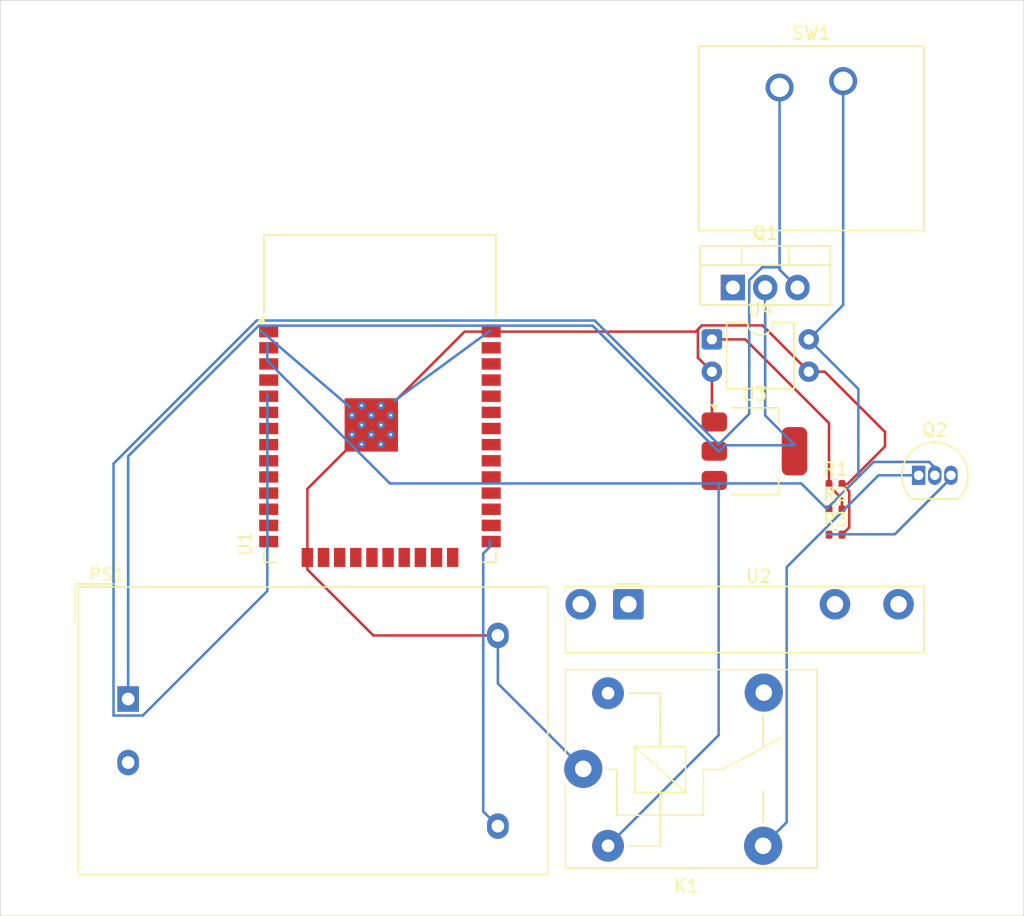
<source format=kicad_pcb>
(kicad_pcb (version 20241229) (generator "pcbnew") (generator_version "9.0")
  (layers (0 "F.Cu" signal) (2 "B.Cu" signal) (13 "F.Paste" user) (15 "B.Paste" user) (5 "F.SilkS" user "F.Silkscreen") (7 "B.SilkS" user "B.Silkscreen") (1 "F.Mask" user) (3 "B.Mask" user) (25 "Edge.Cuts" user))
  (net 0 "")
  (net 2 "Net-(Q2-C)")
  (net 4 "GND")
  (net 5 "+5V")
  (net 7 "/AC LOAD")
  (net 8 "Net-(PS1-+Vout)")
  (net 9 "/MT2")
  (net 11 "Net-(Q2-E)")
  (net 12 "/GPIO")
  (footprint "Resistor_SMD:R_0402_1005Metric" (layer "F.Cu") (at 172.19 94.55)
    (property "Reference" "R1" (at 0 -1.17 0) (layer "F.SilkS"))
    (property "Value" "330")
    (fp_line (start -0.153641 -0.38) (end 0.153641 -0.38) (stroke (width 0.12)) (layer "F.SilkS"))
    (fp_line (start -0.153641 0.38) (end 0.153641 0.38) (stroke (width 0.12)) (layer "F.SilkS"))
    (pad "1" smd roundrect (at -0.51 0) (size 0.54 0.64) (layers "F.Cu" "F.Mask" "F.Paste") (net 12 "/GPIO"))
    (pad "2" smd roundrect (at 0.51 0) (size 0.54 0.64) (layers "F.Cu" "F.Mask" "F.Paste") (net 4 "GND"))
  )
  (footprint "Relay_THT:Relay_SPDT_SANYOU_SRD_Series_Form_C" (layer "F.Cu") (at 152.35 116.95)
    (property "Reference" "K1" (at 8.1 9.2 0) (layer "F.SilkS"))
    (property "Value" "SANYOU_SRD_Form_C")
    (fp_line (start -1.4 -7.8) (end -1.4 -1.2) (stroke (width 0.12)) (layer "F.SilkS"))
    (fp_line (start -1.4 -7.8) (end 18.4 -7.8) (stroke (width 0.12)) (layer "F.SilkS"))
    (fp_line (start -1.4 1.2) (end -1.4 7.8) (stroke (width 0.12)) (layer "F.SilkS"))
    (fp_line (start 2.65 0.05) (end 1.85 0.05) (stroke (width 0.12)) (layer "F.SilkS"))
    (fp_line (start 2.65 0.05) (end 2.65 3.65) (stroke (width 0.12)) (layer "F.SilkS"))
    (fp_line (start 3.55 6.05) (end 6.05 6.05) (stroke (width 0.12)) (layer "F.SilkS"))
    (fp_line (start 4.05 -1.75) (end 8.05 -1.75) (stroke (width 0.12)) (layer "F.SilkS"))
    (fp_line (start 4.05 1.85) (end 4.05 -1.75) (stroke (width 0.12)) (layer "F.SilkS"))
    (fp_line (start 6.05 -5.95) (end 3.55 -5.95) (stroke (width 0.12)) (layer "F.SilkS"))
    (fp_line (start 6.05 -5.95) (end 6.05 -1.75) (stroke (width 0.12)) (layer "F.SilkS"))
    (fp_line (start 6.05 1.85) (end 6.05 6.05) (stroke (width 0.12)) (layer "F.SilkS"))
    (fp_line (start 8.05 -1.75) (end 8.05 1.85) (stroke (width 0.12)) (layer "F.SilkS"))
    (fp_line (start 8.05 1.85) (end 4.05 -1.75) (stroke (width 0.12)) (layer "F.SilkS"))
    (fp_line (start 8.05 1.85) (end 4.05 1.85) (stroke (width 0.12)) (layer "F.SilkS"))
    (fp_line (start 9.45 0.05) (end 9.45 3.65) (stroke (width 0.12)) (layer "F.SilkS"))
    (fp_line (start 9.45 0.05) (end 10.95 0.05) (stroke (width 0.12)) (layer "F.SilkS"))
    (fp_line (start 9.45 3.65) (end 2.65 3.65) (stroke (width 0.12)) (layer "F.SilkS"))
    (fp_line (start 10.95 0.05) (end 15.55 -2.45) (stroke (width 0.12)) (layer "F.SilkS"))
    (fp_line (start 14.15 -4.2) (end 14.15 -1.7) (stroke (width 0.12)) (layer "F.SilkS"))
    (fp_line (start 14.15 4.2) (end 14.15 1.75) (stroke (width 0.12)) (layer "F.SilkS"))
    (fp_line (start 18.4 -7.8) (end 18.4 7.8) (stroke (width 0.12)) (layer "F.SilkS"))
    (fp_line (start 18.4 7.8) (end -1.4 7.8) (stroke (width 0.12)) (layer "F.SilkS"))
    (pad "1" thru_hole circle (at 0 0 90) (size 3 3) (drill 1.3) (layers "*.Cu" "*.Mask") (net 4 "GND"))
    (pad "2" thru_hole circle (at 1.95 6.05 90) (size 2.5 2.5) (drill 1) (layers "*.Cu" "*.Mask") (net 5 "+5V"))
    (pad "3" thru_hole circle (at 14.15 6.05 90) (size 3 3) (drill 1.3) (layers "*.Cu" "*.Mask") (net 2 "Net-(Q2-C)"))
    (pad "4" thru_hole circle (at 14.2 -6 90) (size 3 3) (drill 1.3) (layers "*.Cu" "*.Mask"))
    (pad "5" thru_hole circle (at 1.95 -5.95 90) (size 2.5 2.5) (drill 1) (layers "*.Cu" "*.Mask"))
  )
  (footprint "Button_Switch_Keyboard:SW_Matias_1.00u" (layer "F.Cu") (at 172.795 62.855)
    (property "Reference" "SW1" (at -2.5 -3.75 0) (layer "F.SilkS"))
    (property "Value" "SW_Push")
    (fp_line (start -11.35 -2.75) (end 6.35 -2.75) (stroke (width 0.12)) (layer "F.SilkS"))
    (fp_line (start -11.35 11.75) (end -11.35 -2.75) (stroke (width 0.12)) (layer "F.SilkS"))
    (fp_line (start 6.35 -2.75) (end 6.35 11.75) (stroke (width 0.12)) (layer "F.SilkS"))
    (fp_line (start 6.35 11.75) (end -11.35 11.75) (stroke (width 0.12)) (layer "F.SilkS"))
    (pad "1" thru_hole circle (at 0 0) (size 2.2 2.2) (drill 1.5) (layers "*.Cu" "*.Mask") (net 5 "+5V"))
    (pad "2" thru_hole circle (at -5 0.5) (size 2.2 2.2) (drill 1.5) (layers "*.Cu" "*.Mask") (net 9 "/MT2"))
  )
  (footprint "Converter_ACDC:Converter_ACDC_Hi-Link_HLK-PMxx" (layer "F.Cu") (at 116.555 111.455)
    (property "Reference" "PS1" (at -1.66 -9.79 0) (layer "F.SilkS"))
    (property "Value" "HLK-PM03")
    (fp_line (start -4.16 -9.05) (end -1.16 -9.05) (stroke (width 0.12)) (layer "F.SilkS"))
    (fp_line (start -4.16 -6.05) (end -4.16 -9.05) (stroke (width 0.12)) (layer "F.SilkS"))
    (fp_line (start -3.92 -8.81) (end -3.92 13.81) (stroke (width 0.12)) (layer "F.SilkS"))
    (fp_line (start -3.92 -8.81) (end 33 -8.81) (stroke (width 0.12)) (layer "F.SilkS"))
    (fp_line (start -3.92 13.81) (end 33 13.81) (stroke (width 0.12)) (layer "F.SilkS"))
    (fp_line (start 33 -8.81) (end 33 13.81) (stroke (width 0.12)) (layer "F.SilkS"))
    (pad "1" thru_hole rect (at 0 0) (size 1.7 2) (drill 1) (layers "*.Cu" "*.Mask") (net 7 "/AC LOAD"))
    (pad "2" thru_hole oval (at 0 5) (size 1.7 2) (drill 1) (layers "*.Cu" "*.Mask"))
    (pad "3" thru_hole oval (at 29.08 -5) (size 1.7 2) (drill 1) (layers "*.Cu" "*.Mask") (net 4 "GND"))
    (pad "4" thru_hole oval (at 29.08 10) (size 1.7 2) (drill 1) (layers "*.Cu" "*.Mask") (net 8 "Net-(PS1-+Vout)"))
  )
  (footprint "Package_TO_SOT_SMD:SOT-223-3_TabPin2" (layer "F.Cu") (at 165.81 91.965)
    (property "Reference" "U3" (at 0 -4.5 0) (layer "F.SilkS"))
    (property "Value" "AMS1117-3.3")
    (fp_line (start -1.85 -3.41) (end 1.91 -3.41) (stroke (width 0.12)) (layer "F.SilkS"))
    (fp_line (start -1.85 3.41) (end 1.91 3.41) (stroke (width 0.12)) (layer "F.SilkS"))
    (fp_line (start 1.91 -3.41) (end 1.91 -2.15) (stroke (width 0.12)) (layer "F.SilkS"))
    (fp_line (start 1.91 3.41) (end 1.91 2.15) (stroke (width 0.12)) (layer "F.SilkS"))
    (fp_poly (pts (xy -3.13 -3.31) (xy -3.37 -3.64) (xy -2.89 -3.64) (xy -3.13 -3.31)) (stroke (width 0.12)) (fill yes) (layer "F.SilkS"))
    (pad "1" smd roundrect (at -3.15 -2.3) (size 2 1.5) (layers "F.Cu" "F.Mask" "F.Paste") (net 4 "GND"))
    (pad "2" smd roundrect (at -3.15 0) (size 2 1.5) (layers "F.Cu" "F.Mask" "F.Paste") (net 7 "/AC LOAD"))
    (pad "2" smd roundrect (at 3.15 0) (size 2 3.8) (layers "F.Cu" "F.Mask" "F.Paste") (net 7 "/AC LOAD"))
    (pad "3" smd roundrect (at -3.15 2.3) (size 2 1.5) (layers "F.Cu" "F.Mask" "F.Paste") (net 5 "+5V"))
  )
  (footprint "Resistor_SMD:R_0402_1005Metric" (layer "F.Cu") (at 172.19 98.53)
    (property "Reference" "R3" (at 0 -1.17 0) (layer "F.SilkS"))
    (property "Value" "10K")
    (fp_line (start -0.153641 -0.38) (end 0.153641 -0.38) (stroke (width 0.12)) (layer "F.SilkS"))
    (fp_line (start -0.153641 0.38) (end 0.153641 0.38) (stroke (width 0.12)) (layer "F.SilkS"))
    (pad "1" smd roundrect (at -0.51 0) (size 0.54 0.64) (layers "F.Cu" "F.Mask" "F.Paste") (net 11 "Net-(Q2-E)"))
    (pad "2" smd roundrect (at 0.51 0) (size 0.54 0.64) (layers "F.Cu" "F.Mask" "F.Paste") (net 4 "GND"))
  )
  (footprint "RF_Module:ESP32-WROOM-32" (layer "F.Cu") (at 136.36 90.81)
    (property "Reference" "U1" (at -10.61 8.43 90) (layer "F.SilkS"))
    (property "Value" "ESP32-WROOM-32")
    (fp_line (start -9.12 -15.86) (end -9.12 -9.7) (stroke (width 0.12)) (layer "F.SilkS"))
    (fp_line (start -9.12 -15.86) (end 9.12 -15.86) (stroke (width 0.12)) (layer "F.SilkS"))
    (fp_line (start -9.12 9.1) (end -9.12 9.88) (stroke (width 0.12)) (layer "F.SilkS"))
    (fp_line (start -9.12 9.88) (end -8.12 9.88) (stroke (width 0.12)) (layer "F.SilkS"))
    (fp_line (start 9.12 -15.86) (end 9.12 -9.445) (stroke (width 0.12)) (layer "F.SilkS"))
    (fp_line (start 9.12 9.1) (end 9.12 9.88) (stroke (width 0.12)) (layer "F.SilkS"))
    (fp_line (start 9.12 9.88) (end 8.12 9.88) (stroke (width 0.12)) (layer "F.SilkS"))
    (fp_poly (pts (xy -9.125 -8.975) (xy -9.625 -8.975) (xy -9.125 -9.475) (xy -9.125 -8.975)) (stroke (width 0.12)) (fill yes) (layer "F.SilkS"))
    (pad "1" smd rect (at -8.75 -8.25) (size 1.5 0.9) (layers "F.Cu" "F.Mask" "F.Paste") (net 4 "GND"))
    (pad "2" smd rect (at -8.75 -6.98) (size 1.5 0.9) (layers "F.Cu" "F.Mask" "F.Paste") (net 5 "+5V"))
    (pad "3" smd rect (at -8.75 -5.71) (size 1.5 0.9) (layers "F.Cu" "F.Mask" "F.Paste"))
    (pad "4" smd rect (at -8.75 -4.44) (size 1.5 0.9) (layers "F.Cu" "F.Mask" "F.Paste"))
    (pad "5" smd rect (at -8.75 -3.17) (size 1.5 0.9) (layers "F.Cu" "F.Mask" "F.Paste") (net 9 "/MT2"))
    (pad "6" smd rect (at -8.75 -1.9) (size 1.5 0.9) (layers "F.Cu" "F.Mask" "F.Paste"))
    (pad "7" smd rect (at -8.75 -0.63) (size 1.5 0.9) (layers "F.Cu" "F.Mask" "F.Paste"))
    (pad "8" smd rect (at -8.75 0.64) (size 1.5 0.9) (layers "F.Cu" "F.Mask" "F.Paste"))
    (pad "9" smd rect (at -8.75 1.91) (size 1.5 0.9) (layers "F.Cu" "F.Mask" "F.Paste"))
    (pad "10" smd rect (at -8.75 3.18) (size 1.5 0.9) (layers "F.Cu" "F.Mask" "F.Paste"))
    (pad "11" smd rect (at -8.75 4.45) (size 1.5 0.9) (layers "F.Cu" "F.Mask" "F.Paste"))
    (pad "12" smd rect (at -8.75 5.72) (size 1.5 0.9) (layers "F.Cu" "F.Mask" "F.Paste"))
    (pad "13" smd rect (at -8.75 6.99) (size 1.5 0.9) (layers "F.Cu" "F.Mask" "F.Paste"))
    (pad "14" smd rect (at -8.75 8.26) (size 1.5 0.9) (layers "F.Cu" "F.Mask" "F.Paste"))
    (pad "15" smd rect (at -5.71 9.51 90) (size 1.5 0.9) (layers "F.Cu" "F.Mask" "F.Paste") (net 4 "GND"))
    (pad "16" smd rect (at -4.44 9.51 90) (size 1.5 0.9) (layers "F.Cu" "F.Mask" "F.Paste"))
    (pad "17" smd rect (at -3.17 9.51 90) (size 1.5 0.9) (layers "F.Cu" "F.Mask" "F.Paste"))
    (pad "18" smd rect (at -1.9 9.51 90) (size 1.5 0.9) (layers "F.Cu" "F.Mask" "F.Paste"))
    (pad "19" smd rect (at -0.63 9.51 90) (size 1.5 0.9) (layers "F.Cu" "F.Mask" "F.Paste"))
    (pad "20" smd rect (at 0.64 9.51 90) (size 1.5 0.9) (layers "F.Cu" "F.Mask" "F.Paste"))
    (pad "21" smd rect (at 1.91 9.51 90) (size 1.5 0.9) (layers "F.Cu" "F.Mask" "F.Paste"))
    (pad "22" smd rect (at 3.18 9.51 90) (size 1.5 0.9) (layers "F.Cu" "F.Mask" "F.Paste"))
    (pad "23" smd rect (at 4.45 9.51 90) (size 1.5 0.9) (layers "F.Cu" "F.Mask" "F.Paste"))
    (pad "24" smd rect (at 5.72 9.51 90) (size 1.5 0.9) (layers "F.Cu" "F.Mask" "F.Paste"))
    (pad "25" smd rect (at 8.75 8.26) (size 1.5 0.9) (layers "F.Cu" "F.Mask" "F.Paste") (net 8 "Net-(PS1-+Vout)"))
    (pad "26" smd rect (at 8.75 6.99) (size 1.5 0.9) (layers "F.Cu" "F.Mask" "F.Paste"))
    (pad "27" smd rect (at 8.75 5.72) (size 1.5 0.9) (layers "F.Cu" "F.Mask" "F.Paste"))
    (pad "28" smd rect (at 8.75 4.45) (size 1.5 0.9) (layers "F.Cu" "F.Mask" "F.Paste"))
    (pad "29" smd rect (at 8.75 3.18) (size 1.5 0.9) (layers "F.Cu" "F.Mask" "F.Paste"))
    (pad "30" smd rect (at 8.75 1.91) (size 1.5 0.9) (layers "F.Cu" "F.Mask" "F.Paste"))
    (pad "31" smd rect (at 8.75 0.64) (size 1.5 0.9) (layers "F.Cu" "F.Mask" "F.Paste"))
    (pad "32" smd rect (at 8.75 -0.63) (size 1.5 0.9) (layers "F.Cu" "F.Mask" "F.Paste"))
    (pad "33" smd rect (at 8.75 -1.9) (size 1.5 0.9) (layers "F.Cu" "F.Mask" "F.Paste"))
    (pad "34" smd rect (at 8.75 -3.17) (size 1.5 0.9) (layers "F.Cu" "F.Mask" "F.Paste"))
    (pad "35" smd rect (at 8.75 -4.44) (size 1.5 0.9) (layers "F.Cu" "F.Mask" "F.Paste"))
    (pad "36" smd rect (at 8.75 -5.71) (size 1.5 0.9) (layers "F.Cu" "F.Mask" "F.Paste"))
    (pad "37" smd rect (at 8.75 -6.98) (size 1.5 0.9) (layers "F.Cu" "F.Mask" "F.Paste"))
    (pad "38" smd rect (at 8.75 -8.25) (size 1.5 0.9) (layers "F.Cu" "F.Mask" "F.Paste") (net 4 "GND"))
    (pad "39" smd rect (at -2.205 -2.435) (size 1.05 1.05) (layers "F.Cu" "F.Paste") (net 4 "GND"))
    (pad "39" thru_hole circle (at -2.205 -1.6725) (size 0.6 0.6) (drill 0.2) (property pad_prop_heatsink) (layers "*.Cu" "F.Mask") (net 4 "GND"))
    (pad "39" smd rect (at -2.205 -0.91) (size 1.05 1.05) (layers "F.Cu" "F.Paste") (net 4 "GND"))
    (pad "39" thru_hole circle (at -2.205 -0.1475) (size 0.6 0.6) (drill 0.2) (property pad_prop_heatsink) (layers "*.Cu" "F.Mask") (net 4 "GND"))
    (pad "39" smd rect (at -2.205 0.615) (size 1.05 1.05) (layers "F.Cu" "F.Paste") (net 4 "GND"))
    (pad "39" thru_hole circle (at -1.4425 -2.435) (size 0.6 0.6) (drill 0.2) (property pad_prop_heatsink) (layers "*.Cu" "F.Mask") (net 4 "GND"))
    (pad "39" thru_hole circle (at -1.4425 -0.91) (size 0.6 0.6) (drill 0.2) (property pad_prop_heatsink) (layers "*.Cu" "F.Mask") (net 4 "GND"))
    (pad "39" thru_hole circle (at -1.4425 0.615) (size 0.6 0.6) (drill 0.2) (property pad_prop_heatsink) (layers "*.Cu" "F.Mask") (net 4 "GND"))
    (pad "39" smd rect (at -0.68 -2.435) (size 1.05 1.05) (layers "F.Cu" "F.Paste") (net 4 "GND"))
    (pad "39" thru_hole circle (at -0.68 -1.6725) (size 0.6 0.6) (drill 0.2) (property pad_prop_heatsink) (layers "*.Cu" "F.Mask") (net 4 "GND"))
    (pad "39" smd rect (at -0.68 -0.91) (size 1.05 1.05) (layers "F.Cu" "F.Paste") (net 4 "GND"))
    (pad "39" smd rect (at -0.68 -0.91) (size 4.2 4.2) (property pad_prop_heatsink) (layers "F.Cu" "F.Mask") (net 4 "GND"))
    (pad "39" thru_hole circle (at -0.68 -0.1475) (size 0.6 0.6) (drill 0.2) (property pad_prop_heatsink) (layers "*.Cu" "F.Mask") (net 4 "GND"))
    (pad "39" smd rect (at -0.68 0.615) (size 1.05 1.05) (layers "F.Cu" "F.Paste") (net 4 "GND"))
    (pad "39" thru_hole circle (at 0.0825 -2.435) (size 0.6 0.6) (drill 0.2) (property pad_prop_heatsink) (layers "*.Cu" "F.Mask") (net 4 "GND"))
    (pad "39" thru_hole circle (at 0.0825 -0.91) (size 0.6 0.6) (drill 0.2) (property pad_prop_heatsink) (layers "*.Cu" "F.Mask") (net 4 "GND"))
    (pad "39" thru_hole circle (at 0.0825 0.615) (size 0.6 0.6) (drill 0.2) (property pad_prop_heatsink) (layers "*.Cu" "F.Mask") (net 4 "GND"))
    (pad "39" smd rect (at 0.845 -2.435) (size 1.05 1.05) (layers "F.Cu" "F.Paste") (net 4 "GND"))
    (pad "39" thru_hole circle (at 0.845 -1.6725) (size 0.6 0.6) (drill 0.2) (property pad_prop_heatsink) (layers "*.Cu" "F.Mask") (net 4 "GND"))
    (pad "39" smd rect (at 0.845 -0.91) (size 1.05 1.05) (layers "F.Cu" "F.Paste") (net 4 "GND"))
    (pad "39" thru_hole circle (at 0.845 -0.1475) (size 0.6 0.6) (drill 0.2) (property pad_prop_heatsink) (layers "*.Cu" "F.Mask") (net 4 "GND"))
    (pad "39" smd rect (at 0.845 0.615) (size 1.05 1.05) (layers "F.Cu" "F.Paste") (net 4 "GND"))
  )
  (footprint "Resistor_SMD:R_0402_1005Metric" (layer "F.Cu") (at 172.19 96.54)
    (property "Reference" "R2" (at 0 -1.17 0) (layer "F.SilkS"))
    (property "Value" "1K")
    (fp_line (start -0.153641 -0.38) (end 0.153641 -0.38) (stroke (width 0.12)) (layer "F.SilkS"))
    (fp_line (start -0.153641 0.38) (end 0.153641 0.38) (stroke (width 0.12)) (layer "F.SilkS"))
    (pad "1" smd roundrect (at -0.51 0) (size 0.54 0.64) (layers "F.Cu" "F.Mask" "F.Paste") (net 5 "+5V"))
    (pad "2" smd roundrect (at 0.51 0) (size 0.54 0.64) (layers "F.Cu" "F.Mask" "F.Paste") (net 12 "/GPIO"))
  )
  (footprint "Package_TO_SOT_THT:TO-92_Inline" (layer "F.Cu") (at 178.73 93.86)
    (property "Reference" "Q2" (at 1.27 -3.56 0) (layer "F.SilkS"))
    (property "Value" "BC547")
    (fp_line (start -0.53 1.85) (end 3.07 1.85) (stroke (width 0.12)) (layer "F.SilkS"))
    (fp_arc (start -0.568478 1.838478) (mid -1.132087 -0.994977) (end 1.27 -2.6) (stroke (width 0.12)) (layer "F.SilkS"))
    (fp_arc (start 1.27 -2.6) (mid 3.672087 -0.994977) (end 3.108478 1.838478) (stroke (width 0.12)) (layer "F.SilkS"))
    (pad "1" thru_hole rect (at 0 0) (size 1.05 1.5) (drill 0.75) (layers "*.Cu" "*.Mask") (net 2 "Net-(Q2-C)"))
    (pad "2" thru_hole oval (at 1.27 0) (size 1.05 1.5) (drill 0.75) (layers "*.Cu" "*.Mask") (net 5 "+5V"))
    (pad "3" thru_hole oval (at 2.54 0) (size 1.05 1.5) (drill 0.75) (layers "*.Cu" "*.Mask") (net 11 "Net-(Q2-E)"))
  )
  (footprint "Package_DIP:DIP-4_W7.62mm" (layer "F.Cu") (at 162.47 83.17)
    (property "Reference" "U4" (at 3.81 -2.33 0) (layer "F.SilkS"))
    (property "Value" "PC817")
    (fp_line (start 1.16 -1.33) (end 1.16 3.87) (stroke (width 0.12)) (layer "F.SilkS"))
    (fp_line (start 1.16 3.87) (end 6.46 3.87) (stroke (width 0.12)) (layer "F.SilkS"))
    (fp_line (start 2.81 -1.33) (end 1.16 -1.33) (stroke (width 0.12)) (layer "F.SilkS"))
    (fp_line (start 6.46 -1.33) (end 4.81 -1.33) (stroke (width 0.12)) (layer "F.SilkS"))
    (fp_line (start 6.46 3.87) (end 6.46 -1.33) (stroke (width 0.12)) (layer "F.SilkS"))
    (fp_arc (start 4.81 -1.33) (mid 3.81 -0.33) (end 2.81 -1.33) (stroke (width 0.12)) (layer "F.SilkS"))
    (pad "1" thru_hole roundrect (at 0 0) (size 1.6 1.6) (drill 0.8) (layers "*.Cu" "*.Mask") (roundrect_rratio 0.15625) (net 12 "/GPIO"))
    (pad "2" thru_hole circle (at 0 2.54) (size 1.6 1.6) (drill 0.8) (layers "*.Cu" "*.Mask") (net 4 "GND"))
    (pad "3" thru_hole circle (at 7.62 2.54) (size 1.6 1.6) (drill 0.8) (layers "*.Cu" "*.Mask") (net 4 "GND"))
    (pad "4" thru_hole circle (at 7.62 0) (size 1.6 1.6) (drill 0.8) (layers "*.Cu" "*.Mask") (net 5 "+5V"))
  )
  (footprint "Package_TO_SOT_THT:TO-220-3_Vertical" (layer "F.Cu") (at 164.12 79.09)
    (property "Reference" "Q1" (at 2.54 -4.27 0) (layer "F.SilkS"))
    (property "Value" "BT136-600")
    (fp_line (start -2.58 -3.27) (end -2.58 1.371) (stroke (width 0.12)) (layer "F.SilkS"))
    (fp_line (start -2.58 -3.27) (end 7.66 -3.27) (stroke (width 0.12)) (layer "F.SilkS"))
    (fp_line (start -2.58 -1.76) (end 7.66 -1.76) (stroke (width 0.12)) (layer "F.SilkS"))
    (fp_line (start -2.58 1.371) (end 7.66 1.371) (stroke (width 0.12)) (layer "F.SilkS"))
    (fp_line (start 0.69 -3.27) (end 0.69 -1.76) (stroke (width 0.12)) (layer "F.SilkS"))
    (fp_line (start 4.391 -3.27) (end 4.391 -1.76) (stroke (width 0.12)) (layer "F.SilkS"))
    (fp_line (start 7.66 -3.27) (end 7.66 1.371) (stroke (width 0.12)) (layer "F.SilkS"))
    (pad "1" thru_hole rect (at 0 0) (size 1.905 2) (drill 1.1) (layers "*.Cu" "*.Mask"))
    (pad "2" thru_hole oval (at 2.54 0) (size 1.905 2) (drill 1.1) (layers "*.Cu" "*.Mask") (net 7 "/AC LOAD"))
    (pad "3" thru_hole oval (at 5.08 0) (size 1.905 2) (drill 1.1) (layers "*.Cu" "*.Mask") (net 9 "/MT2"))
  )
  (footprint "OptoDevice:Finder_34.81" (layer "F.Cu") (at 155.9 104.005)
    (property "Reference" "U2" (at 10.25 -2.2 0) (layer "F.SilkS"))
    (property "Value" "MOC3021M")
    (fp_line (start -4.95 -1.4) (end -4.95 -1) (stroke (width 0.12)) (layer "F.SilkS"))
    (fp_line (start -4.95 -1.4) (end 23.25 -1.4) (stroke (width 0.12)) (layer "F.SilkS"))
    (fp_line (start -4.95 3.8) (end -4.95 1) (stroke (width 0.12)) (layer "F.SilkS"))
    (fp_line (start 1 -1.6) (end -1 -1.6) (stroke (width 0.12)) (layer "F.SilkS"))
    (fp_line (start 23.25 -1.4) (end 23.25 3.8) (stroke (width 0.12)) (layer "F.SilkS"))
    (fp_line (start 23.25 3.8) (end -4.95 3.8) (stroke (width 0.12)) (layer "F.SilkS"))
    (pad "11" thru_hole circle (at 16.25 0) (size 2.4 2.4) (drill 1.3) (layers "*.Cu" "*.Mask"))
    (pad "14" thru_hole circle (at 21.25 0) (size 2.4 2.4) (drill 1.3) (layers "*.Cu" "*.Mask"))
    (pad "A1" thru_hole roundrect (at 0 0) (size 2.4 2.4) (drill 1.3) (layers "*.Cu" "*.Mask") (roundrect_rratio 0.104))
    (pad "A2" thru_hole circle (at -3.75 0) (size 2.4 2.4) (drill 1.3) (layers "*.Cu" "*.Mask"))
  )
  (gr_line (start 145 82.5) (end 137.5 88) (stroke (width 0.2)) (layer "B.Cu"))
  (gr_line (start 127 82.5) (end 134 88.5) (stroke (width 0.2)) (layer "B.Cu"))
  (gr_rect (start 106.5 56.5) (end 187 128.5) (stroke (width 0.05)) (fill no) (layer "Edge.Cuts"))
  (segment (start 178.73 93.86) (end 175.5729 93.86) (width 0.2) (layer "B.Cu") (net 2))
  (segment (start 168.351 101.0819) (end 168.351 121.149) (width 0.2) (layer "B.Cu") (net 2))
  (segment (start 168.351 121.149) (end 166.5 123) (width 0.2) (layer "B.Cu") (net 2))
  (segment (start 175.5729 93.86) (end 168.351 101.0819) (width 0.2) (layer "B.Cu") (net 2))
  (segment (start 176.086 90.45286) (end 176.086 91.58714) (width 0.2) (layer "F.Cu") (net 4))
  (segment (start 130.65 101.27) (end 135.835 106.455) (width 0.2) (layer "F.Cu") (net 4))
  (segment (start 161.369 82.38484) (end 161.369 84.609) (width 0.2) (layer "F.Cu") (net 4))
  (segment (start 145.11 82.56) (end 143.02 82.56) (width 0.2) (layer "F.Cu") (net 4))
  (segment (start 170.09 85.71) (end 171.34314 85.71) (width 0.2) (layer "F.Cu") (net 4))
  (segment (start 130.65 100.32) (end 130.65 101.27) (width 0.2) (layer "F.Cu") (net 4))
  (segment (start 161.19384 82.56) (end 161.68484 82.069) (width 0.2) (layer "F.Cu") (net 4))
  (segment (start 162.47 89.475) (end 162.66 89.665) (width 0.2) (layer "F.Cu") (net 4))
  (segment (start 143.02 82.56) (end 137.205 88.375) (width 0.2) (layer "F.Cu") (net 4))
  (segment (start 173.271 95.121) (end 173.271 97.959) (width 0.2) (layer "F.Cu") (net 4))
  (segment (start 145.11 82.56) (end 161.19384 82.56) (width 0.2) (layer "F.Cu") (net 4))
  (segment (start 135.835 106.455) (end 145.635 106.455) (width 0.2) (layer "F.Cu") (net 4))
  (segment (start 170.09 85.71) (end 166.449 82.069) (width 0.2) (layer "F.Cu") (net 4))
  (segment (start 172.7 94.55) (end 173.271 95.121) (width 0.2) (layer "F.Cu") (net 4))
  (segment (start 173.271 97.959) (end 172.7 98.53) (width 0.2) (layer "F.Cu") (net 4))
  (segment (start 130.65 100.32) (end 130.65 94.93) (width 0.2) (layer "F.Cu") (net 4))
  (segment (start 130.65 94.93) (end 134.155 91.425) (width 0.2) (layer "F.Cu") (net 4))
  (segment (start 171.34314 85.71) (end 176.086 90.45286) (width 0.2) (layer "F.Cu") (net 4))
  (segment (start 166.449 82.069) (end 161.68484 82.069) (width 0.2) (layer "F.Cu") (net 4))
  (segment (start 176.086 91.58714) (end 173.12314 94.55) (width 0.2) (layer "F.Cu") (net 4))
  (segment (start 161.369 84.609) (end 162.47 85.71) (width 0.2) (layer "F.Cu") (net 4))
  (segment (start 162.47 85.71) (end 162.47 89.475) (width 0.2) (layer "F.Cu") (net 4))
  (segment (start 173.12314 94.55) (end 172.7 94.55) (width 0.2) (layer "F.Cu") (net 4))
  (segment (start 161.68484 82.069) (end 161.369 82.38484) (width 0.2) (layer "F.Cu") (net 4))
  (segment (start 145.635 110.235) (end 152.35 116.95) (width 0.2) (layer "B.Cu") (net 4))
  (segment (start 145.635 106.455) (end 145.635 110.235) (width 0.2) (layer "B.Cu") (net 4))
  (segment (start 169.5 94.5) (end 163 94.5) (width 0.2) (layer "B.Cu") (net 5))
  (segment (start 180 93.253) (end 179.556 92.809) (width 0.2) (layer "B.Cu") (net 5))
  (segment (start 163 94.5) (end 162.5 94.5) (width 0.2) (layer "B.Cu") (net 5))
  (segment (start 171.5 96.5) (end 169.5 94.5) (width 0.2) (layer "B.Cu") (net 5))
  (segment (start 137.142557 94.5) (end 127.5 84.857443) (width 0.2) (layer "B.Cu") (net 5))
  (segment (start 179.556 92.809) (end 175.191 92.809) (width 0.2) (layer "B.Cu") (net 5))
  (segment (start 127.5 84.857443) (end 127.5 83.5) (width 0.2) (layer "B.Cu") (net 5))
  (segment (start 172.795 62.855) (end 172.795 80.465) (width 0.2) (layer "B.Cu") (net 5))
  (segment (start 175.191 92.809) (end 173.99 94.01) (width 0.2) (layer "B.Cu") (net 5))
  (segment (start 162.5 94.5) (end 137.142557 94.5) (width 0.2) (layer "B.Cu") (net 5))
  (segment (start 173.99 87.07) (end 173.99 91.02) (width 0.2) (layer "B.Cu") (net 5))
  (segment (start 163 94.5) (end 163 114.3) (width 0.2) (layer "B.Cu") (net 5))
  (segment (start 180 93.86) (end 180 93.253) (width 0.2) (layer "B.Cu") (net 5))
  (segment (start 170.09 83.17) (end 173.99 87.07) (width 0.2) (layer "B.Cu") (net 5))
  (segment (start 173.99 91.02) (end 173.99 94.01) (width 0.2) (layer "B.Cu") (net 5))
  (segment (start 173.99 94.01) (end 171.5 96.5) (width 0.2) (layer "B.Cu") (net 5))
  (segment (start 163 114.3) (end 154.3 123) (width 0.2) (layer "B.Cu") (net 5))
  (segment (start 172.795 80.465) (end 170.09 83.17) (width 0.2) (layer "B.Cu") (net 5))
  (segment (start 163.5 91.5) (end 163 92) (width 0.2) (layer "B.Cu") (net 7))
  (segment (start 166.66 79.09) (end 166.66 89.16) (width 0.2) (layer "B.Cu") (net 7))
  (segment (start 169 91.5) (end 163.5 91.5) (width 0.2) (layer "B.Cu") (net 7))
  (segment (start 126.829112 82.087442) (end 116.555 92.361554) (width 0.2) (layer "B.Cu") (net 7))
  (segment (start 116.555 92.361554) (end 116.555 111.455) (width 0.2) (layer "B.Cu") (net 7))
  (segment (start 163 92) (end 153.087442 82.087442) (width 0.2) (layer "B.Cu") (net 7))
  (segment (start 166.66 89.16) (end 169 91.5) (width 0.2) (layer "B.Cu") (net 7))
  (segment (start 153.087442 82.087442) (end 126.829112 82.087442) (width 0.2) (layer "B.Cu") (net 7))
  (segment (start 144.484 100.016) (end 145 99.5) (width 0.2) (layer "B.Cu") (net 8))
  (segment (start 144.484 120.304) (end 144.484 100.016) (width 0.2) (layer "B.Cu") (net 8))
  (segment (start 145 99.5) (end 145 99) (width 0.2) (layer "B.Cu") (net 8))
  (segment (start 145.635 121.455) (end 144.484 120.304) (width 0.2) (layer "B.Cu") (net 8))
  (segment (start 117.706 112.756) (end 127.5 102.962) (width 0.2) (layer "B.Cu") (net 9))
  (segment (start 126.663012 81.686442) (end 115.404 92.945454) (width 0.2) (layer "B.Cu") (net 9))
  (segment (start 153.253542 81.686442) (end 126.663012 81.686442) (width 0.2) (layer "B.Cu") (net 9))
  (segment (start 115.404 92.945454) (end 115.404 112.756) (width 0.2) (layer "B.Cu") (net 9))
  (segment (start 167.795 77.685) (end 169.2 79.09) (width 0.2) (layer "B.Cu") (net 9))
  (segment (start 165.4065 78.523283) (end 165.4065 89.0264) (width 0.2) (layer "B.Cu") (net 9))
  (segment (start 167.795 77.5) (end 167.795 77.685) (width 0.2) (layer "B.Cu") (net 9))
  (segment (start 163 91.4329) (end 153.253542 81.686442) (width 0.2) (layer "B.Cu") (net 9))
  (segment (start 165.4065 89.0264) (end 163 91.4329) (width 0.2) (layer "B.Cu") (net 9))
  (segment (start 167.795 63.355) (end 167.795 77.5) (width 0.2) (layer "B.Cu") (net 9))
  (segment (start 115.404 112.756) (end 117.706 112.756) (width 0.2) (layer "B.Cu") (net 9))
  (segment (start 167.795 77.5) (end 166.429783 77.5) (width 0.2) (layer "B.Cu") (net 9))
  (segment (start 166.429783 77.5) (end 165.4065 78.523283) (width 0.2) (layer "B.Cu") (net 9))
  (segment (start 127.5 102.962) (end 127.5 87.5) (width 0.2) (layer "B.Cu") (net 9))
  (segment (start 176.855 98.5) (end 171.5 98.5) (width 0.2) (layer "B.Cu") (net 11))
  (segment (start 181.27 94.085) (end 176.855 98.5) (width 0.2) (layer "B.Cu") (net 11))
  (segment (start 181.27 93.86) (end 181.27 94.085) (width 0.2) (layer "B.Cu") (net 11))
  (segment (start 162.47 83.17) (end 165.095 83.17) (width 0.2) (layer "F.Cu") (net 12))
  (segment (start 172.7 95.7) (end 172.7 96.54) (width 0.2) (layer "F.Cu") (net 12))
  (segment (start 165.095 83.17) (end 171.68 89.755) (width 0.2) (layer "F.Cu") (net 12))
  (segment (start 171.68 94.68) (end 172.7 95.7) (width 0.2) (layer "F.Cu") (net 12))
  (segment (start 171.68 94.55) (end 171.68 94.68) (width 0.2) (layer "F.Cu") (net 12))
  (segment (start 171.68 89.755) (end 171.68 94.55) (width 0.2) (layer "F.Cu") (net 12))
)
</source>
